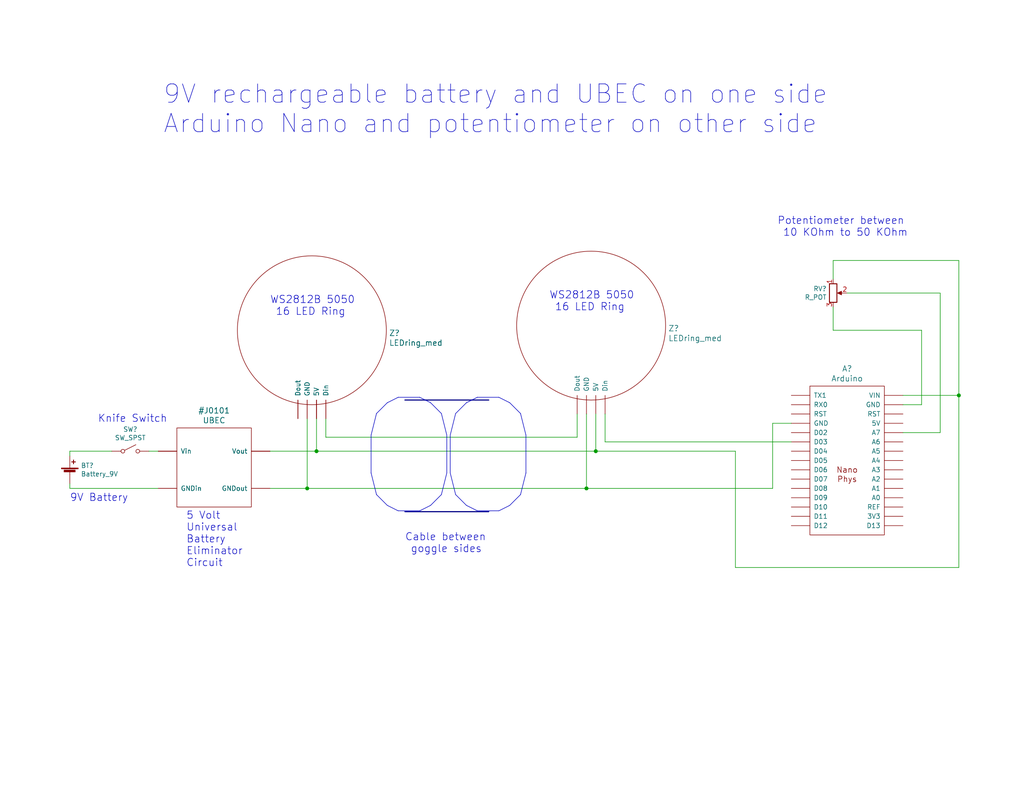
<source format=kicad_sch>
(kicad_sch (version 20230121) (generator eeschema)
  (paper "A")
  (title_block (title "Steam Punk Goggles from KnowHow187") (date "2023-12-20") (company "MDO"))
  (lib_symbols
    (symbol "Device:Battery_Cell" (pin_numbers hide) (pin_names (offset 0) hide)
      (property "Reference" "BT" (at 2.54 2.54 0))
      (property "Value" "Battery_Cell" (at 2.54 0 0))
      (symbol "Battery_Cell_0_1"
        (rectangle (start -2.286 1.778) (end 2.286 1.524) (fill (type outline)))
        (rectangle (start -1.5748 1.1938) (end 1.4732 0.6858) (fill (type outline)))
        (polyline (pts (xy 0 0.762) (xy 0 0)))
        (polyline (pts (xy 0 1.778) (xy 0 2.54)))
        (polyline (pts (xy 0.508 3.429) (xy 1.524 3.429)) (stroke (width 0.254)))
        (polyline (pts (xy 1.016 3.937) (xy 1.016 2.921)) (stroke (width 0.254)))
      )
      (symbol "Battery_Cell_1_1"
        (pin passive line (at 0 5.08 270) (length 2.54) (name "+") (number "1"))
        (pin passive line (at 0 -2.54 90) (length 2.54) (name "-") (number "2"))
      )
    )
    (symbol "SteamPunkGoggles-rescue:R_POT-Device" (pin_names (offset 1.016) hide)
      (property "Reference" "RV" (at -4.445 0 90))
      (property "Value" "Device_R_POT" (at -2.54 0 90))
      (symbol "R_POT-Device_0_1"
        (polyline (pts (xy 2.54 0) (xy 1.524 0)))
        (polyline (pts (xy 1.143 0) (xy 2.286 0.508) (xy 2.286 -0.508) (xy 1.143 0)) (fill (type outline)))
        (rectangle (start 1.016 2.54) (end -1.016 -2.54) (stroke (width 0.254)))
      )
      (symbol "R_POT-Device_1_1"
        (pin passive line (at 0 3.81 270) (length 1.27) (name "1") (number "1"))
        (pin passive line (at 3.81 0 180) (length 1.27) (name "2") (number "2"))
        (pin passive line (at 0 -3.81 90) (length 1.27) (name "3") (number "3"))
      )
    )
    (symbol "mdoLibrary:Arduino" (pin_names (offset 1.016))
      (property "Reference" "A" (at 0 0 0))
      (property "Value" "Arduino" (at 0 2.54 0))
      (symbol "Arduino_0_0"
        (rectangle (start -10.16 20.32) (end 10.16 -20.32))
        (text "Nano" (at 0 -2.54 0) (effects (font (size 1.524 1.524))))
        (text "Phys" (at 0 -5.08 0) (effects (font (size 1.524 1.524))))
      )
      (symbol "Arduino_1_1"
        (pin input line (at 15.24 -15.24 180) (length 5.08) (name "3V3") (number "~"))
        (pin input line (at 15.24 10.16 180) (length 5.08) (name "5V") (number "~"))
        (pin input line (at 15.24 -10.16 180) (length 5.08) (name "A0") (number "~"))
        (pin input line (at 15.24 -7.62 180) (length 5.08) (name "A1") (number "~"))
        (pin input line (at 15.24 -5.08 180) (length 5.08) (name "A2") (number "~"))
        (pin input line (at 15.24 -2.54 180) (length 5.08) (name "A3") (number "~"))
        (pin input line (at 15.24 0 180) (length 5.08) (name "A4") (number "~"))
        (pin input line (at 15.24 2.54 180) (length 5.08) (name "A5") (number "~"))
        (pin input line (at 15.24 5.08 180) (length 5.08) (name "A6") (number "~"))
        (pin input line (at 15.24 7.62 180) (length 5.08) (name "A7") (number "~"))
        (pin input line (at -15.24 7.62 0) (length 5.08) (name "D02") (number "~"))
        (pin input line (at -15.24 5.08 0) (length 5.08) (name "D03") (number "~"))
        (pin input line (at -15.24 2.54 0) (length 5.08) (name "D04") (number "~"))
        (pin input line (at -15.24 0 0) (length 5.08) (name "D05") (number "~"))
        (pin input line (at -15.24 -2.54 0) (length 5.08) (name "D06") (number "~"))
        (pin input line (at -15.24 -5.08 0) (length 5.08) (name "D07") (number "~"))
        (pin input line (at -15.24 -7.62 0) (length 5.08) (name "D08") (number "~"))
        (pin input line (at -15.24 -10.16 0) (length 5.08) (name "D09") (number "~"))
        (pin input line (at -15.24 -12.7 0) (length 5.08) (name "D10") (number "~"))
        (pin input line (at -15.24 -15.24 0) (length 5.08) (name "D11") (number "~"))
        (pin input line (at -15.24 -17.78 0) (length 5.08) (name "D12") (number "~"))
        (pin input line (at 15.24 -17.78 180) (length 5.08) (name "D13") (number "~"))
        (pin input line (at -15.24 10.16 0) (length 5.08) (name "GND") (number "~"))
        (pin input line (at 15.24 15.24 180) (length 5.08) (name "GND") (number "~"))
        (pin input line (at 15.24 -12.7 180) (length 5.08) (name "REF") (number "~"))
        (pin input line (at -15.24 12.7 0) (length 5.08) (name "RST") (number "~"))
        (pin input line (at 15.24 12.7 180) (length 5.08) (name "RST") (number "~"))
        (pin input line (at -15.24 15.24 0) (length 5.08) (name "RX0") (number "~"))
        (pin input line (at -15.24 17.78 0) (length 5.08) (name "TX1") (number "~"))
        (pin input line (at 15.24 17.78 180) (length 5.08) (name "VIN") (number "~"))
      )
    )
    (symbol "mdoLibrary:LEDring_med" (pin_names (offset 1.016))
      (property "Reference" "Z" (at 0 0 0))
      (property "Value" "LEDring_med" (at 0 3.81 0))
      (symbol "LEDring_med_0_1"
        (circle (center 0 0) (radius 20.32))
      )
      (symbol "LEDring_med_1_0"
        (pin input line (at 1.27 -24.13 90) (length 5.08) (name "5V") (number "~"))
        (pin input line (at 3.81 -24.13 90) (length 5.08) (name "Din") (number "~"))
        (pin input line (at -3.81 -24.13 90) (length 5.08) (name "Dout") (number "~"))
        (pin input line (at -1.27 -24.13 90) (length 5.08) (name "GND") (number "~"))
      )
    )
    (symbol "mdoLibrary:SW_SPST" (pin_names (offset 0) hide)
      (property "Reference" "SW" (at 0 3.175 0))
      (property "Value" "SW_SPST" (at 0 -2.54 0))
      (symbol "SW_SPST_0_0"
        (circle (center -2.032 0) (radius 0.508))
        (polyline (pts (xy -1.524 0.254) (xy 1.524 1.778)))
        (circle (center 2.032 0) (radius 0.508))
      )
      (symbol "SW_SPST_1_1"
        (pin passive line (at -5.08 0 0) (length 2.54) (name "A") (number "~"))
        (pin passive line (at 5.08 0 180) (length 2.54) (name "B") (number "~"))
      )
    )
    (symbol "mdoLibrary:UBEC" (power) (pin_names (offset 1.016))
      (property "Reference" "J" (at 0 0 0))
      (property "Value" "UBEC" (at 0 2.54 0))
      (symbol "UBEC_0_1"
        (rectangle (start -7.62 12.7) (end 12.7 -8.89))
      )
      (symbol "UBEC_1_0"
        (pin input line (at -12.7 -3.81 0) (length 5.08) (name "GNDin") (number "~"))
        (pin input line (at 17.78 -3.81 180) (length 5.08) (name "GNDout") (number "~"))
        (pin input line (at -12.7 6.35 0) (length 5.08) (name "Vin") (number "~"))
        (pin input line (at 17.78 6.35 180) (length 5.08) (name "Vout") (number "~"))
      )
    )
  )
  (junction (at 162.56 123.19))
  (junction (at 86.36 123.19))
  (junction (at 261.62 107.95))
  (junction (at 160.02 133.35))
  (junction (at 83.82 133.35))
  (wire (pts (xy 227.33 90.17) (xy 251.46 90.17)))
  (wire (pts (xy 231.14 80.01) (xy 256.54 80.01)))
  (wire (pts (xy 83.82 114.3) (xy 83.82 133.35)))
  (wire (pts (xy 227.33 83.82) (xy 227.33 90.17)))
  (wire (pts (xy 88.9 114.3) (xy 88.9 119.38)))
  (wire (pts (xy 251.46 110.49) (xy 251.46 90.17)))
  (wire (pts (xy 86.36 114.3) (xy 86.36 123.19)))
  (wire (pts (xy 227.33 71.12) (xy 227.33 76.2)))
  (wire (pts (xy 246.38 107.95) (xy 261.62 107.95)))
  (wire (pts (xy 19.05 133.35) (xy 19.05 132.08)))
  (wire (pts (xy 200.66 154.94) (xy 261.62 154.94)))
  (wire (pts (xy 162.56 113.03) (xy 162.56 123.19)))
  (wire (pts (xy 157.48 119.38) (xy 88.9 119.38)))
  (wire (pts (xy 200.66 123.19) (xy 200.66 154.94)))
  (wire (pts (xy 160.02 113.03) (xy 160.02 133.35)))
  (wire (pts (xy 227.33 71.12) (xy 261.62 71.12)))
  (wire (pts (xy 256.54 80.01) (xy 256.54 118.11)))
  (wire (pts (xy 43.18 123.19) (xy 40.64 123.19)))
  (wire (pts (xy 162.56 123.19) (xy 200.66 123.19)))
  (wire (pts (xy 215.9 120.65) (xy 165.1 120.65)))
  (wire (pts (xy 210.82 115.57) (xy 215.9 115.57)))
  (wire (pts (xy 30.48 123.19) (xy 19.05 123.19)))
  (wire (pts (xy 246.38 110.49) (xy 251.46 110.49)))
  (wire (pts (xy 73.66 123.19) (xy 86.36 123.19)))
  (wire (pts (xy 165.1 113.03) (xy 165.1 120.65)))
  (bus (pts (xy 110.49 109.22) (xy 133.35 109.22)))
  (wire (pts (xy 157.48 113.03) (xy 157.48 119.38)))
  (wire (pts (xy 86.36 123.19) (xy 162.56 123.19)))
  (wire (pts (xy 160.02 133.35) (xy 210.82 133.35)))
  (bus (pts (xy 110.49 139.7) (xy 133.35 139.7)))
  (wire (pts (xy 261.62 107.95) (xy 261.62 154.94)))
  (wire (pts (xy 210.82 115.57) (xy 210.82 133.35)))
  (wire (pts (xy 73.66 133.35) (xy 83.82 133.35)))
  (wire (pts (xy 256.54 118.11) (xy 246.38 118.11)))
  (wire (pts (xy 19.05 123.19) (xy 19.05 124.46)))
  (wire (pts (xy 83.82 133.35) (xy 160.02 133.35)))
  (wire (pts (xy 261.62 71.12) (xy 261.62 107.95)))
  (wire (pts (xy 43.18 133.35) (xy 19.05 133.35)))
  (text "9V Battery" (at 19.05 137.16 0) (effects (font (size 2.0066 2.0066)) (justify left bottom)))
  (text "Potentiometer between\n 10 KOhm to 50 KOhm" (at 212.09 64.77 0) (effects (font (size 2.0066 2.0066)) (justify left bottom)))
  (text "WS2812B 5050\n 16 LED Ring" (at 73.66 86.36 0) (effects (font (size 2.0066 2.0066)) (justify left bottom)))
  (text "Cable between\n goggle sides" (at 110.49 151.13 0) (effects (font (size 2.0066 2.0066)) (justify left bottom)))
  (text "Knife Switch" (at 26.67 115.57 0) (effects (font (size 2.0066 2.0066)) (justify left bottom)))
  (text "O" (at 95.25 143.51 0) (effects (font (size 30.988 30.988)) (justify left bottom)))
  (text "O" (at 116.84 143.51 0) (effects (font (size 30.988 30.988)) (justify left bottom)))
  (text "5 Volt\nUniversal\nBattery\nEliminator\nCircuit" (at 50.8 154.94 0) (effects (font (size 2.0066 2.0066)) (justify left bottom)))
  (text "9V rechargeable battery and UBEC on one side\nArduino Nano and potentiometer on other side" (at 44.45 36.83 0) (effects (font (size 5.0038 5.0038)) (justify left bottom)))
  (text "WS2812B 5050\n 16 LED Ring" (at 149.86 85.09 0) (effects (font (size 2.0066 2.0066)) (justify left bottom)))
  (symbol (lib_id "mdoLibrary:Arduino") (at 231.14 125.73 0) (unit 1)
    (property "Reference" "A?" (at 231.14 100.6602 0) (effects (font (size 1.524 1.524))))
    (property "Value" "Arduino" (at 231.14 103.3526 0) (effects (font (size 1.524 1.524))))
  )
  (symbol (lib_id "SteamPunkGoggles-rescue:R_POT-Device") (at 227.33 80.01 0) (unit 1)
    (property "Reference" "RV?" (at 225.5774 78.8416 0) (effects (justify right)))
    (property "Value" "R_POT" (at 225.5774 81.153 0) (effects (justify right)))
  )
  (symbol (lib_id "mdoLibrary:UBEC") (at 55.88 129.54 0) (unit 1)
    (property "Reference" "J?" (at 58.42 112.0902 0) (effects (font (size 1.524 1.524))))
    (property "Value" "UBEC" (at 58.42 114.7826 0) (effects (font (size 1.524 1.524))))
  )
  (symbol (lib_id "Device:Battery_Cell") (at 19.05 129.54 0) (unit 1)
    (property "Reference" "BT?" (at 22.0472 127.1016 0) (effects (justify left)))
    (property "Value" "Battery_9V" (at 22.0472 129.413 0) (effects (justify left)))
  )
  (symbol (lib_id "mdoLibrary:SW_SPST") (at 35.56 123.19 0) (unit 1)
    (property "Reference" "SW?" (at 35.56 117.221 0))
    (property "Value" "SW_SPST" (at 35.56 119.5324 0))
  )
  (symbol (lib_id "mdoLibrary:LEDring_med") (at 85.09 90.17 0) (unit 1)
    (property "Reference" "Z?" (at 106.1212 90.932 0) (effects (font (size 1.524 1.524)) (justify left)))
    (property "Value" "LEDring_med" (at 106.1212 93.6244 0) (effects (font (size 1.524 1.524)) (justify left)))
  )
  (symbol (lib_id "mdoLibrary:LEDring_med") (at 161.29 88.9 0) (unit 1)
    (property "Reference" "Z?" (at 182.3212 89.662 0) (effects (font (size 1.524 1.524)) (justify left)))
    (property "Value" "LEDring_med" (at 182.3212 92.3544 0) (effects (font (size 1.524 1.524)) (justify left)))
  )
)
</source>
